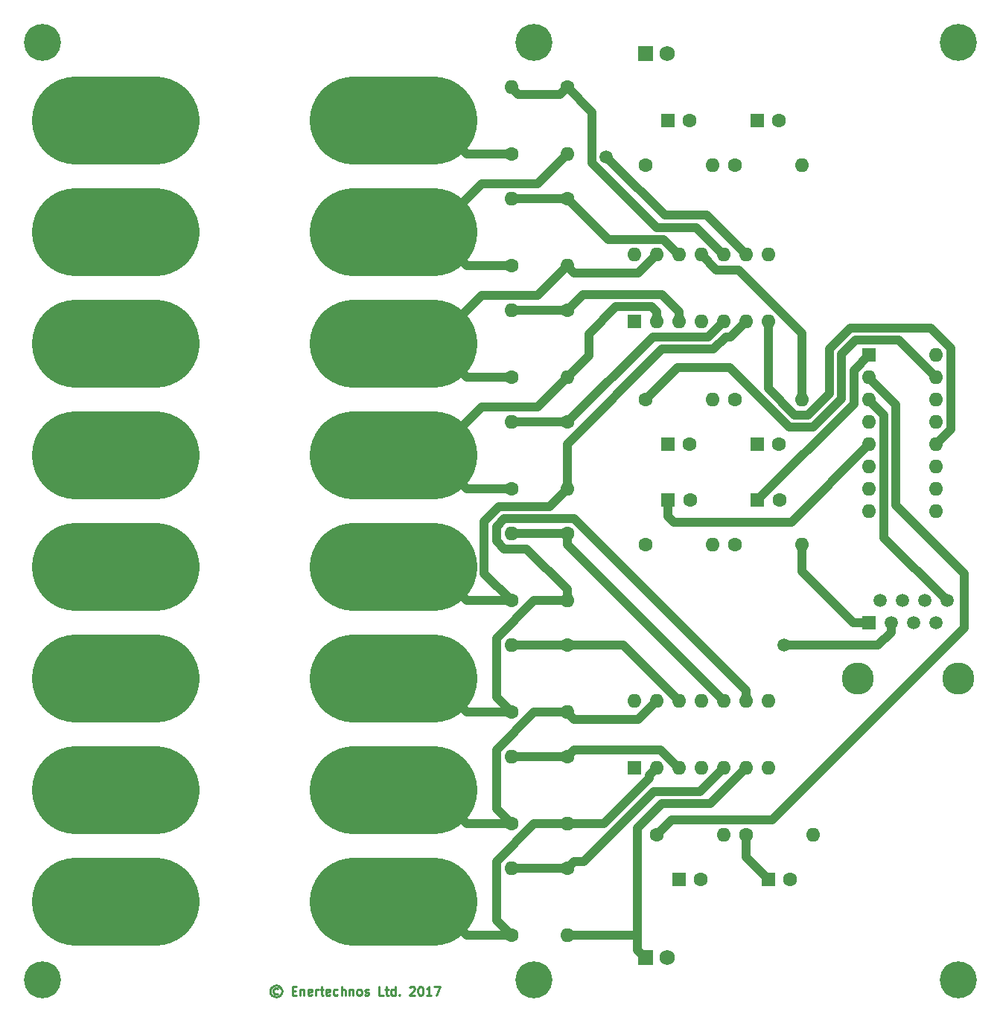
<source format=gbr>
G04 #@! TF.FileFunction,Copper,L1,Top,Signal*
%FSLAX46Y46*%
G04 Gerber Fmt 4.6, Leading zero omitted, Abs format (unit mm)*
G04 Created by KiCad (PCBNEW 4.0.7) date 01/04/18 12:22:23*
%MOMM*%
%LPD*%
G01*
G04 APERTURE LIST*
%ADD10C,0.100000*%
%ADD11C,0.250000*%
%ADD12C,0.600000*%
%ADD13C,4.200000*%
%ADD14C,3.000000*%
%ADD15C,3.650000*%
%ADD16R,1.500000X1.500000*%
%ADD17C,1.500000*%
%ADD18R,1.600000X1.600000*%
%ADD19O,1.600000X1.600000*%
%ADD20C,10.000000*%
%ADD21C,1.600000*%
%ADD22R,1.750000X1.750000*%
%ADD23C,1.750000*%
%ADD24C,1.000000*%
%ADD25C,10.000000*%
G04 APERTURE END LIST*
D10*
D11*
X30584284Y2849524D02*
X30489046Y2897143D01*
X30298570Y2897143D01*
X30203332Y2849524D01*
X30108094Y2754286D01*
X30060475Y2659048D01*
X30060475Y2468571D01*
X30108094Y2373333D01*
X30203332Y2278095D01*
X30298570Y2230476D01*
X30489046Y2230476D01*
X30584284Y2278095D01*
X30393808Y3230476D02*
X30155713Y3182857D01*
X29917617Y3040000D01*
X29774760Y2801905D01*
X29727141Y2563810D01*
X29774760Y2325714D01*
X29917617Y2087619D01*
X30155713Y1944762D01*
X30393808Y1897143D01*
X30631903Y1944762D01*
X30869998Y2087619D01*
X31012855Y2325714D01*
X31060475Y2563810D01*
X31012855Y2801905D01*
X30869998Y3040000D01*
X30631903Y3182857D01*
X30393808Y3230476D01*
X32250951Y2611429D02*
X32584285Y2611429D01*
X32727142Y2087619D02*
X32250951Y2087619D01*
X32250951Y3087619D01*
X32727142Y3087619D01*
X33155713Y2754286D02*
X33155713Y2087619D01*
X33155713Y2659048D02*
X33203332Y2706667D01*
X33298570Y2754286D01*
X33441428Y2754286D01*
X33536666Y2706667D01*
X33584285Y2611429D01*
X33584285Y2087619D01*
X34441428Y2135238D02*
X34346190Y2087619D01*
X34155713Y2087619D01*
X34060475Y2135238D01*
X34012856Y2230476D01*
X34012856Y2611429D01*
X34060475Y2706667D01*
X34155713Y2754286D01*
X34346190Y2754286D01*
X34441428Y2706667D01*
X34489047Y2611429D01*
X34489047Y2516190D01*
X34012856Y2420952D01*
X34917618Y2087619D02*
X34917618Y2754286D01*
X34917618Y2563810D02*
X34965237Y2659048D01*
X35012856Y2706667D01*
X35108094Y2754286D01*
X35203333Y2754286D01*
X35393809Y2754286D02*
X35774761Y2754286D01*
X35536666Y3087619D02*
X35536666Y2230476D01*
X35584285Y2135238D01*
X35679523Y2087619D01*
X35774761Y2087619D01*
X36489048Y2135238D02*
X36393810Y2087619D01*
X36203333Y2087619D01*
X36108095Y2135238D01*
X36060476Y2230476D01*
X36060476Y2611429D01*
X36108095Y2706667D01*
X36203333Y2754286D01*
X36393810Y2754286D01*
X36489048Y2706667D01*
X36536667Y2611429D01*
X36536667Y2516190D01*
X36060476Y2420952D01*
X37393810Y2135238D02*
X37298572Y2087619D01*
X37108095Y2087619D01*
X37012857Y2135238D01*
X36965238Y2182857D01*
X36917619Y2278095D01*
X36917619Y2563810D01*
X36965238Y2659048D01*
X37012857Y2706667D01*
X37108095Y2754286D01*
X37298572Y2754286D01*
X37393810Y2706667D01*
X37822381Y2087619D02*
X37822381Y3087619D01*
X38250953Y2087619D02*
X38250953Y2611429D01*
X38203334Y2706667D01*
X38108096Y2754286D01*
X37965238Y2754286D01*
X37870000Y2706667D01*
X37822381Y2659048D01*
X38727143Y2754286D02*
X38727143Y2087619D01*
X38727143Y2659048D02*
X38774762Y2706667D01*
X38870000Y2754286D01*
X39012858Y2754286D01*
X39108096Y2706667D01*
X39155715Y2611429D01*
X39155715Y2087619D01*
X39774762Y2087619D02*
X39679524Y2135238D01*
X39631905Y2182857D01*
X39584286Y2278095D01*
X39584286Y2563810D01*
X39631905Y2659048D01*
X39679524Y2706667D01*
X39774762Y2754286D01*
X39917620Y2754286D01*
X40012858Y2706667D01*
X40060477Y2659048D01*
X40108096Y2563810D01*
X40108096Y2278095D01*
X40060477Y2182857D01*
X40012858Y2135238D01*
X39917620Y2087619D01*
X39774762Y2087619D01*
X40489048Y2135238D02*
X40584286Y2087619D01*
X40774762Y2087619D01*
X40870001Y2135238D01*
X40917620Y2230476D01*
X40917620Y2278095D01*
X40870001Y2373333D01*
X40774762Y2420952D01*
X40631905Y2420952D01*
X40536667Y2468571D01*
X40489048Y2563810D01*
X40489048Y2611429D01*
X40536667Y2706667D01*
X40631905Y2754286D01*
X40774762Y2754286D01*
X40870001Y2706667D01*
X42584287Y2087619D02*
X42108096Y2087619D01*
X42108096Y3087619D01*
X42774763Y2754286D02*
X43155715Y2754286D01*
X42917620Y3087619D02*
X42917620Y2230476D01*
X42965239Y2135238D01*
X43060477Y2087619D01*
X43155715Y2087619D01*
X43917621Y2087619D02*
X43917621Y3087619D01*
X43917621Y2135238D02*
X43822383Y2087619D01*
X43631906Y2087619D01*
X43536668Y2135238D01*
X43489049Y2182857D01*
X43441430Y2278095D01*
X43441430Y2563810D01*
X43489049Y2659048D01*
X43536668Y2706667D01*
X43631906Y2754286D01*
X43822383Y2754286D01*
X43917621Y2706667D01*
X44393811Y2182857D02*
X44441430Y2135238D01*
X44393811Y2087619D01*
X44346192Y2135238D01*
X44393811Y2182857D01*
X44393811Y2087619D01*
X45584287Y2992381D02*
X45631906Y3040000D01*
X45727144Y3087619D01*
X45965240Y3087619D01*
X46060478Y3040000D01*
X46108097Y2992381D01*
X46155716Y2897143D01*
X46155716Y2801905D01*
X46108097Y2659048D01*
X45536668Y2087619D01*
X46155716Y2087619D01*
X46774763Y3087619D02*
X46870002Y3087619D01*
X46965240Y3040000D01*
X47012859Y2992381D01*
X47060478Y2897143D01*
X47108097Y2706667D01*
X47108097Y2468571D01*
X47060478Y2278095D01*
X47012859Y2182857D01*
X46965240Y2135238D01*
X46870002Y2087619D01*
X46774763Y2087619D01*
X46679525Y2135238D01*
X46631906Y2182857D01*
X46584287Y2278095D01*
X46536668Y2468571D01*
X46536668Y2706667D01*
X46584287Y2897143D01*
X46631906Y2992381D01*
X46679525Y3040000D01*
X46774763Y3087619D01*
X48060478Y2087619D02*
X47489049Y2087619D01*
X47774763Y2087619D02*
X47774763Y3087619D01*
X47679525Y2944762D01*
X47584287Y2849524D01*
X47489049Y2801905D01*
X48393811Y3087619D02*
X49060478Y3087619D01*
X48631906Y2087619D01*
D12*
X43110000Y10980000D03*
X43110000Y23680000D03*
X43110000Y36380000D03*
X43110000Y49080000D03*
X43110000Y61780000D03*
X43110000Y74480000D03*
X43110000Y87180000D03*
X42110000Y16230000D03*
X42110000Y28930000D03*
X42110000Y41630000D03*
X42110000Y54330000D03*
X42110000Y67030000D03*
X42110000Y79730000D03*
X42110000Y92430000D03*
X42110000Y10980000D03*
X42110000Y23680000D03*
X42110000Y36380000D03*
X42110000Y49080000D03*
X42110000Y61780000D03*
X42110000Y74480000D03*
X42110000Y87180000D03*
X43110000Y16230000D03*
X43110000Y28930000D03*
X43110000Y41630000D03*
X43110000Y54330000D03*
X43110000Y67030000D03*
X43110000Y79730000D03*
X43110000Y92430000D03*
X43110000Y14480000D03*
X43110000Y27180000D03*
X43110000Y39880000D03*
X43110000Y52580000D03*
X43110000Y65280000D03*
X43110000Y77980000D03*
X43110000Y90680000D03*
X43110000Y12730000D03*
X43110000Y25430000D03*
X43110000Y38130000D03*
X43110000Y50830000D03*
X43110000Y63530000D03*
X43110000Y76230000D03*
X43110000Y88930000D03*
X42110000Y12730000D03*
X42110000Y25430000D03*
X42110000Y38130000D03*
X42110000Y50830000D03*
X42110000Y63530000D03*
X42110000Y76230000D03*
X42110000Y88930000D03*
X42110000Y14480000D03*
X42110000Y27180000D03*
X42110000Y39880000D03*
X42110000Y52580000D03*
X42110000Y65280000D03*
X42110000Y77980000D03*
X42110000Y90680000D03*
X41110000Y9230000D03*
X41110000Y21930000D03*
X41110000Y34630000D03*
X41110000Y47330000D03*
X41110000Y60030000D03*
X41110000Y72730000D03*
X41110000Y85430000D03*
X41110000Y10980000D03*
X41110000Y23680000D03*
X41110000Y36380000D03*
X41110000Y49080000D03*
X41110000Y61780000D03*
X41110000Y74480000D03*
X41110000Y87180000D03*
X41110000Y12730000D03*
X41110000Y25430000D03*
X41110000Y38130000D03*
X41110000Y50830000D03*
X41110000Y63530000D03*
X41110000Y76230000D03*
X41110000Y88930000D03*
X41110000Y16230000D03*
X41110000Y28930000D03*
X41110000Y41630000D03*
X41110000Y54330000D03*
X41110000Y67030000D03*
X41110000Y79730000D03*
X41110000Y92430000D03*
X41110000Y14480000D03*
X41110000Y27180000D03*
X41110000Y39880000D03*
X41110000Y52580000D03*
X41110000Y65280000D03*
X41110000Y77980000D03*
X41110000Y90680000D03*
X43110000Y9230000D03*
X43110000Y21930000D03*
X43110000Y34630000D03*
X43110000Y47330000D03*
X43110000Y60030000D03*
X43110000Y72730000D03*
X43110000Y85430000D03*
X42110000Y9230000D03*
X42110000Y21930000D03*
X42110000Y34630000D03*
X42110000Y47330000D03*
X42110000Y60030000D03*
X42110000Y72730000D03*
X42110000Y85430000D03*
X43110000Y99880000D03*
X42110000Y105130000D03*
X42110000Y99880000D03*
X43110000Y105130000D03*
X43110000Y103380000D03*
X43110000Y101630000D03*
X42110000Y101630000D03*
X42110000Y103380000D03*
X41110000Y98130000D03*
X41110000Y99880000D03*
X41110000Y101630000D03*
X41110000Y105130000D03*
X41110000Y103380000D03*
X43110000Y98130000D03*
X42110000Y98130000D03*
X14860000Y9230000D03*
X14860000Y21930000D03*
X14860000Y34630000D03*
X14860000Y47330000D03*
X14860000Y60030000D03*
X14860000Y72730000D03*
X14860000Y85430000D03*
X13860000Y12730000D03*
X13860000Y25430000D03*
X13860000Y38130000D03*
X13860000Y50830000D03*
X13860000Y63530000D03*
X13860000Y76230000D03*
X13860000Y88930000D03*
X14860000Y12730000D03*
X14860000Y25430000D03*
X14860000Y38130000D03*
X14860000Y50830000D03*
X14860000Y63530000D03*
X14860000Y76230000D03*
X14860000Y88930000D03*
X13860000Y10980000D03*
X13860000Y23680000D03*
X13860000Y36380000D03*
X13860000Y49080000D03*
X13860000Y61780000D03*
X13860000Y74480000D03*
X13860000Y87180000D03*
X14860000Y10980000D03*
X14860000Y23680000D03*
X14860000Y36380000D03*
X14860000Y49080000D03*
X14860000Y61780000D03*
X14860000Y74480000D03*
X14860000Y87180000D03*
X13860000Y14480000D03*
X13860000Y27180000D03*
X13860000Y39880000D03*
X13860000Y52580000D03*
X13860000Y65280000D03*
X13860000Y77980000D03*
X13860000Y90680000D03*
X13860000Y9230000D03*
X13860000Y21930000D03*
X13860000Y34630000D03*
X13860000Y47330000D03*
X13860000Y60030000D03*
X13860000Y72730000D03*
X13860000Y85430000D03*
X12860000Y16230000D03*
X12860000Y28930000D03*
X12860000Y41630000D03*
X12860000Y54330000D03*
X12860000Y67030000D03*
X12860000Y79730000D03*
X12860000Y92430000D03*
X12860000Y12730000D03*
X12860000Y25430000D03*
X12860000Y38130000D03*
X12860000Y50830000D03*
X12860000Y63530000D03*
X12860000Y76230000D03*
X12860000Y88930000D03*
X12860000Y14480000D03*
X12860000Y27180000D03*
X12860000Y39880000D03*
X12860000Y52580000D03*
X12860000Y65280000D03*
X12860000Y77980000D03*
X12860000Y90680000D03*
X12860000Y10980000D03*
X12860000Y23680000D03*
X12860000Y36380000D03*
X12860000Y49080000D03*
X12860000Y61780000D03*
X12860000Y74480000D03*
X12860000Y87180000D03*
X12860000Y9230000D03*
X12860000Y21930000D03*
X12860000Y34630000D03*
X12860000Y47330000D03*
X12860000Y60030000D03*
X12860000Y72730000D03*
X12860000Y85430000D03*
X14860000Y14480000D03*
X14860000Y27180000D03*
X14860000Y39880000D03*
X14860000Y52580000D03*
X14860000Y65280000D03*
X14860000Y77980000D03*
X14860000Y90680000D03*
X14860000Y16230000D03*
X14860000Y28930000D03*
X14860000Y41630000D03*
X14860000Y54330000D03*
X14860000Y67030000D03*
X14860000Y79730000D03*
X14860000Y92430000D03*
X13860000Y16230000D03*
X13860000Y28930000D03*
X13860000Y41630000D03*
X13860000Y54330000D03*
X13860000Y67030000D03*
X13860000Y79730000D03*
X13860000Y92430000D03*
X14860000Y98130000D03*
X13860000Y98130000D03*
X12860000Y98130000D03*
X14860000Y99880000D03*
X13860000Y99880000D03*
X12860000Y99880000D03*
X14860000Y101630000D03*
X13860000Y101630000D03*
X12860000Y101630000D03*
X14860000Y103380000D03*
X13860000Y103380000D03*
X12860000Y103380000D03*
X14860000Y105130000D03*
X13860000Y105130000D03*
D13*
X59690000Y3810000D03*
X59690000Y110490000D03*
X3810000Y110490000D03*
X107950000Y110490000D03*
X107950000Y3810000D03*
D14*
X39190000Y88900000D03*
X16690000Y88900000D03*
X39190000Y101600000D03*
X16690000Y101600000D03*
D15*
X107950000Y38100000D03*
X96520000Y38100000D03*
D16*
X97790000Y44450000D03*
D17*
X99060000Y46990000D03*
X100330000Y44450000D03*
X101600000Y46990000D03*
X102870000Y44450000D03*
X104140000Y46990000D03*
X105410000Y44450000D03*
X106680000Y46990000D03*
D18*
X97790000Y74930000D03*
D19*
X105410000Y57150000D03*
X97790000Y72390000D03*
X105410000Y59690000D03*
X97790000Y69850000D03*
X105410000Y62230000D03*
X97790000Y67310000D03*
X105410000Y64770000D03*
X97790000Y64770000D03*
X105410000Y67310000D03*
X97790000Y62230000D03*
X105410000Y69850000D03*
X97790000Y59690000D03*
X105410000Y72390000D03*
X97790000Y57150000D03*
X105410000Y74930000D03*
D14*
X39190000Y63500000D03*
X16690000Y63500000D03*
D20*
X48260000Y88900000D03*
D18*
X71120000Y27940000D03*
D19*
X86360000Y35560000D03*
X73660000Y27940000D03*
X83820000Y35560000D03*
X76200000Y27940000D03*
X81280000Y35560000D03*
X78740000Y27940000D03*
X78740000Y35560000D03*
X81280000Y27940000D03*
X76200000Y35560000D03*
X83820000Y27940000D03*
X73660000Y35560000D03*
X86360000Y27940000D03*
X71120000Y35560000D03*
D20*
X7620000Y63500000D03*
X48260000Y76200000D03*
X48260000Y63500000D03*
X7620000Y50800000D03*
X7620000Y38100000D03*
X7620000Y25400000D03*
D21*
X57150000Y59690000D03*
D19*
X57150000Y67310000D03*
D21*
X63500000Y67310000D03*
D19*
X63500000Y59690000D03*
D21*
X57150000Y72390000D03*
D19*
X57150000Y80010000D03*
D21*
X63500000Y80010000D03*
D19*
X63500000Y72390000D03*
D21*
X57150000Y85090000D03*
D19*
X57150000Y92710000D03*
D21*
X63500000Y92710000D03*
D19*
X63500000Y85090000D03*
D21*
X57150000Y97790000D03*
D19*
X57150000Y105410000D03*
D21*
X63500000Y105410000D03*
D19*
X63500000Y97790000D03*
D21*
X57150000Y8890000D03*
D19*
X57150000Y16510000D03*
D21*
X63500000Y16510000D03*
D19*
X63500000Y8890000D03*
D21*
X57150000Y21590000D03*
D19*
X57150000Y29210000D03*
D21*
X63500000Y29210000D03*
D19*
X63500000Y21590000D03*
D21*
X57150000Y34290000D03*
D19*
X57150000Y41910000D03*
D21*
X63500000Y41910000D03*
D19*
X63500000Y34290000D03*
D21*
X57150000Y46990000D03*
D19*
X57150000Y54610000D03*
D21*
X63500000Y54610000D03*
D19*
X63500000Y46990000D03*
D18*
X71120000Y78740000D03*
D19*
X86360000Y86360000D03*
X73660000Y78740000D03*
X83820000Y86360000D03*
X76200000Y78740000D03*
X81280000Y86360000D03*
X78740000Y78740000D03*
X78740000Y86360000D03*
X81280000Y78740000D03*
X76200000Y86360000D03*
X83820000Y78740000D03*
X73660000Y86360000D03*
X86360000Y78740000D03*
X71120000Y86360000D03*
D14*
X39190000Y76200000D03*
X16690000Y76200000D03*
X39190000Y50800000D03*
X16690000Y50800000D03*
X39190000Y38100000D03*
X16690000Y38100000D03*
X39190000Y25400000D03*
X16690000Y25400000D03*
X39190000Y12700000D03*
X16690000Y12700000D03*
D20*
X48260000Y25400000D03*
X48260000Y12700000D03*
X7620000Y101600000D03*
X7620000Y88900000D03*
X7620000Y76200000D03*
X48260000Y101600000D03*
X7620000Y12700000D03*
X48260000Y50800000D03*
X48260000Y38100000D03*
D13*
X3810000Y3810000D03*
D18*
X85090000Y64770000D03*
D21*
X87590000Y64770000D03*
D18*
X74930000Y64770000D03*
D21*
X77430000Y64770000D03*
D18*
X74930000Y101600000D03*
D21*
X77430000Y101600000D03*
D18*
X85090000Y101600000D03*
D21*
X87590000Y101600000D03*
D18*
X86360000Y15240000D03*
D21*
X88860000Y15240000D03*
D18*
X76200000Y15240000D03*
D21*
X78700000Y15240000D03*
D18*
X74970000Y58420000D03*
D21*
X77470000Y58420000D03*
D18*
X85130000Y58420000D03*
D21*
X87630000Y58420000D03*
D22*
X72390000Y109220000D03*
D23*
X74890000Y109220000D03*
D21*
X82550000Y69850000D03*
D19*
X90170000Y69850000D03*
D21*
X72390000Y69850000D03*
D19*
X80010000Y69850000D03*
D21*
X72390000Y96520000D03*
D19*
X80010000Y96520000D03*
D21*
X82550000Y96520000D03*
D19*
X90170000Y96520000D03*
D21*
X83820000Y20320000D03*
D19*
X91440000Y20320000D03*
D21*
X73660000Y20320000D03*
D19*
X81280000Y20320000D03*
D21*
X72390000Y53340000D03*
D19*
X80010000Y53340000D03*
D21*
X82550000Y53340000D03*
D19*
X90170000Y53340000D03*
D22*
X72390000Y6350000D03*
D23*
X74890000Y6350000D03*
D12*
X12860000Y105130000D03*
D17*
X67958556Y97485043D03*
X88188373Y41910000D03*
D24*
X57150000Y97790000D02*
X52070000Y97790000D01*
X52070000Y97790000D02*
X48260000Y101600000D01*
D25*
X39190000Y101600000D02*
X48260000Y101600000D01*
D24*
X74583577Y90860022D02*
X68708555Y96735044D01*
X68708555Y96735044D02*
X67958556Y97485043D01*
X79319978Y90860022D02*
X74583577Y90860022D01*
X83820000Y86360000D02*
X79319978Y90860022D01*
X57150000Y85090000D02*
X52070000Y85090000D01*
X50800000Y91440000D02*
X48260000Y88900000D01*
X60120001Y94410001D02*
X62700001Y96990001D01*
X52070000Y85090000D02*
X48260000Y88900000D01*
X48260000Y88900000D02*
X53770001Y94410001D01*
X62700001Y96990001D02*
X63500000Y97790000D01*
X53770001Y94410001D02*
X60120001Y94410001D01*
D25*
X39190000Y88900000D02*
X48260000Y88900000D01*
D24*
X63500000Y85090000D02*
X64299999Y84290001D01*
X64299999Y84290001D02*
X71590001Y84290001D01*
X71590001Y84290001D02*
X72860001Y85560001D01*
X72860001Y85560001D02*
X73660000Y86360000D01*
X48260000Y76200000D02*
X53770001Y81710001D01*
X53770001Y81710001D02*
X60120001Y81710001D01*
X60120001Y81710001D02*
X62700001Y84290001D01*
X62700001Y84290001D02*
X63500000Y85090000D01*
X57150000Y72390000D02*
X52070000Y72390000D01*
X52070000Y72390000D02*
X48260000Y76200000D01*
D25*
X39190000Y76200000D02*
X48260000Y76200000D01*
D24*
X50800000Y78740000D02*
X48260000Y76200000D01*
X90170000Y77446002D02*
X90170000Y69850000D01*
X78740000Y86360000D02*
X80440001Y84659999D01*
X82956003Y84659999D02*
X90170000Y77446002D01*
X80440001Y84659999D02*
X82956003Y84659999D01*
X97790000Y44450000D02*
X96040000Y44450000D01*
X96040000Y44450000D02*
X90170000Y50320000D01*
X90170000Y50320000D02*
X90170000Y52208630D01*
X90170000Y52208630D02*
X90170000Y53340000D01*
X81535914Y77039999D02*
X82096001Y77039999D01*
X82996003Y77940001D02*
X83020001Y77940001D01*
X80135904Y75639989D02*
X81535914Y77039999D01*
X74296630Y75639989D02*
X80135904Y75639989D01*
X63500000Y64843359D02*
X74296630Y75639989D01*
X63500000Y59690000D02*
X63500000Y64843359D01*
X83020001Y77940001D02*
X83820000Y78740000D01*
X82096001Y77039999D02*
X82996003Y77940001D01*
X62700001Y58890001D02*
X63500000Y59690000D01*
X61520012Y57710012D02*
X62700001Y58890001D01*
X55754096Y57710012D02*
X61520012Y57710012D01*
X54049989Y50090011D02*
X54049989Y56005905D01*
X54049989Y56005905D02*
X55754096Y57710012D01*
X57150000Y46990000D02*
X54049989Y50090011D01*
X57150000Y46990000D02*
X52070000Y46990000D01*
X52070000Y46990000D02*
X48260000Y50800000D01*
D25*
X39190000Y50800000D02*
X48260000Y50800000D01*
D24*
X50800000Y53340000D02*
X48260000Y50800000D01*
X63500000Y46990000D02*
X63500000Y48260000D01*
X63500000Y48260000D02*
X58850001Y52909999D01*
X63500000Y46990000D02*
X59713998Y46990000D01*
X64316001Y56310001D02*
X83820000Y36806002D01*
X56333999Y52909999D02*
X55449999Y53793999D01*
X55449999Y55426001D02*
X56333999Y56310001D01*
X58850001Y52909999D02*
X56333999Y52909999D01*
X55449999Y53793999D02*
X55449999Y55426001D01*
X56333999Y56310001D02*
X64316001Y56310001D01*
X83820000Y36806002D02*
X83820000Y36691370D01*
X83820000Y36691370D02*
X83820000Y35560000D01*
X57150000Y34290000D02*
X55449999Y35990001D01*
X55449999Y35990001D02*
X55449999Y42726001D01*
X55449999Y42726001D02*
X59713998Y46990000D01*
X57150000Y34290000D02*
X52070000Y34290000D01*
X52070000Y34290000D02*
X48260000Y38100000D01*
D25*
X39190000Y38100000D02*
X48260000Y38100000D01*
D24*
X50800000Y40640000D02*
X48260000Y38100000D01*
X63500000Y34290000D02*
X64299999Y33490001D01*
X64299999Y33490001D02*
X71590001Y33490001D01*
X71590001Y33490001D02*
X72860001Y34760001D01*
X72860001Y34760001D02*
X73660000Y35560000D01*
X57150000Y21590000D02*
X55449999Y23290001D01*
X55449999Y23290001D02*
X55449999Y30026001D01*
X55449999Y30026001D02*
X59713998Y34290000D01*
X59713998Y34290000D02*
X62368630Y34290000D01*
X62368630Y34290000D02*
X63500000Y34290000D01*
X57150000Y21590000D02*
X52070000Y21590000D01*
X52070000Y21590000D02*
X48260000Y25400000D01*
D25*
X39190000Y25400000D02*
X48260000Y25400000D01*
D24*
X50800000Y27940000D02*
X48260000Y25400000D01*
X67681854Y21590000D02*
X72860001Y26768147D01*
X63500000Y21590000D02*
X67681854Y21590000D01*
X72860001Y27140001D02*
X73660000Y27940000D01*
X72860001Y26768147D02*
X72860001Y27140001D01*
X57150000Y8890000D02*
X55449999Y10590001D01*
X55449999Y10590001D02*
X55449999Y17326001D01*
X59713998Y21590000D02*
X62368630Y21590000D01*
X55449999Y17326001D02*
X59713998Y21590000D01*
X62368630Y21590000D02*
X63500000Y21590000D01*
X57150000Y8890000D02*
X52070000Y8890000D01*
X52070000Y8890000D02*
X48260000Y12700000D01*
D25*
X39190000Y12700000D02*
X48260000Y12700000D01*
D24*
X50800000Y15240000D02*
X48260000Y12700000D01*
X73660000Y78740000D02*
X73660000Y79871370D01*
X73660000Y79871370D02*
X73091369Y80440001D01*
X73091369Y80440001D02*
X69046480Y80440001D01*
X69046480Y80440001D02*
X65968488Y77362009D01*
X65968488Y77362009D02*
X65968488Y74858488D01*
X65968488Y74858488D02*
X63500000Y72390000D01*
X48260000Y63500000D02*
X53770001Y69010001D01*
X60120001Y69010001D02*
X62700001Y71590001D01*
X53770001Y69010001D02*
X60120001Y69010001D01*
X62700001Y71590001D02*
X63500000Y72390000D01*
X57150000Y59690000D02*
X52070000Y59690000D01*
X52070000Y59690000D02*
X48260000Y63500000D01*
D25*
X39190000Y63500000D02*
X48260000Y63500000D01*
D24*
X50800000Y66040000D02*
X48260000Y63500000D01*
X63500000Y67310000D02*
X63500000Y67314387D01*
X63500000Y67314387D02*
X73225612Y77039999D01*
X73225612Y77039999D02*
X79556001Y77039999D01*
X79556001Y77039999D02*
X81256002Y78740000D01*
X81256002Y78740000D02*
X81280000Y78740000D01*
X57150000Y67310000D02*
X63500000Y67310000D01*
X74231359Y81840011D02*
X76200000Y79871370D01*
X63500000Y80010000D02*
X65330011Y81840011D01*
X76200000Y79871370D02*
X76200000Y78740000D01*
X65330011Y81840011D02*
X74231359Y81840011D01*
X57150000Y80010000D02*
X63500000Y80010000D01*
X75376003Y87159999D02*
X75400001Y87159999D01*
X68149999Y88060001D02*
X74476001Y88060001D01*
X63500000Y92710000D02*
X68149999Y88060001D01*
X74476001Y88060001D02*
X75376003Y87159999D01*
X75400001Y87159999D02*
X76200000Y86360000D01*
X57150000Y92710000D02*
X63500000Y92710000D01*
X78179989Y89460011D02*
X80480001Y87159999D01*
X73638937Y89460012D02*
X78179989Y89460011D01*
X66308554Y96790395D02*
X73638937Y89460012D01*
X66308554Y102601446D02*
X66308554Y96790395D01*
X63500000Y105410000D02*
X66308554Y102601446D01*
X80480001Y87159999D02*
X81280000Y86360000D01*
X57949999Y104610001D02*
X62700001Y104610001D01*
X57150000Y105410000D02*
X57949999Y104610001D01*
X62700001Y104610001D02*
X63500000Y105410000D01*
X81280000Y27940000D02*
X78621611Y25281611D01*
X78621611Y25281611D02*
X73353379Y25281611D01*
X73353379Y25281611D02*
X65381767Y17309999D01*
X65381767Y17309999D02*
X64299999Y17309999D01*
X64299999Y17309999D02*
X63500000Y16510000D01*
X57150000Y16510000D02*
X63500000Y16510000D01*
X63500000Y29210000D02*
X64299999Y30009999D01*
X64299999Y30009999D02*
X74130001Y30009999D01*
X74130001Y30009999D02*
X75400001Y28739999D01*
X75400001Y28739999D02*
X76200000Y27940000D01*
X57150000Y29210000D02*
X63500000Y29210000D01*
X63500000Y41910000D02*
X69850000Y41910000D01*
X69850000Y41910000D02*
X76200000Y35560000D01*
X57150000Y41910000D02*
X63500000Y41910000D01*
X81280000Y35560000D02*
X63500000Y53340000D01*
X63500000Y53340000D02*
X63500000Y54610000D01*
X57150000Y54610000D02*
X63500000Y54610000D01*
D25*
X7620000Y101600000D02*
X16690000Y101600000D01*
X7620000Y88900000D02*
X16690000Y88900000D01*
X7620000Y76200000D02*
X16690000Y76200000D01*
X7620000Y63500000D02*
X16690000Y63500000D01*
X7620000Y50800000D02*
X16690000Y50800000D01*
X7620000Y38100000D02*
X16690000Y38100000D01*
X7620000Y25400000D02*
X16690000Y25400000D01*
X7620000Y12700000D02*
X16690000Y12700000D01*
D24*
X71505862Y7234138D02*
X71505862Y8890000D01*
X71505862Y8890000D02*
X71505862Y21135680D01*
X63500000Y8890000D02*
X71505862Y8890000D01*
X72390000Y6350000D02*
X71505862Y7234138D01*
X74251782Y23881600D02*
X79761600Y23881600D01*
X71505862Y21135680D02*
X74251782Y23881600D01*
X79761600Y23881600D02*
X83820000Y27940000D01*
X99490001Y68126001D02*
X97790000Y69826002D01*
X99490001Y54179999D02*
X99490001Y68126001D01*
X106680000Y46990000D02*
X99490001Y54179999D01*
X97790000Y69826002D02*
X97790000Y69850000D01*
X97790000Y74930000D02*
X96089999Y73229999D01*
X96089999Y73229999D02*
X96089999Y69379999D01*
X96089999Y69379999D02*
X85130000Y58420000D01*
X73660000Y20320000D02*
X75360001Y22020001D01*
X75360001Y22020001D02*
X86790001Y22020001D01*
X108642016Y43872016D02*
X108642016Y50098200D01*
X108642016Y50098200D02*
X100890010Y57850206D01*
X86790001Y22020001D02*
X108642016Y43872016D01*
X100890010Y57850206D02*
X100890010Y69289990D01*
X100890010Y69289990D02*
X98589999Y71590001D01*
X98589999Y71590001D02*
X97790000Y72390000D01*
X83820000Y20320000D02*
X83820000Y17780000D01*
X83820000Y17780000D02*
X86360000Y15240000D01*
X104825988Y78030013D02*
X95690095Y78030011D01*
X93289978Y75629894D02*
X93289978Y70539804D01*
X93289978Y70539804D02*
X90900173Y68149999D01*
X105410000Y64770000D02*
X107110001Y66470001D01*
X107110001Y66470001D02*
X107110001Y75746001D01*
X107110001Y75746001D02*
X104825988Y78030013D01*
X95690095Y78030011D02*
X93289978Y75629894D01*
X90900173Y68149999D02*
X89353999Y68149999D01*
X89353999Y68149999D02*
X86360000Y71143998D01*
X86360000Y71143998D02*
X86360000Y77608630D01*
X86360000Y77608630D02*
X86360000Y78740000D01*
X80010000Y55959672D02*
X79230328Y55959672D01*
X88979672Y55959672D02*
X80010000Y55959672D01*
X80010000Y55959672D02*
X75630328Y55959672D01*
X75630328Y55959672D02*
X74970000Y56620000D01*
X74970000Y56620000D02*
X74970000Y58420000D01*
X97790000Y64770000D02*
X88979672Y55959672D01*
X73189999Y70649999D02*
X72390000Y69850000D01*
X76069989Y73529989D02*
X73189999Y70649999D01*
X81994095Y73529989D02*
X76069989Y73529989D01*
X88774095Y66749989D02*
X81994095Y73529989D01*
X94689988Y69959900D02*
X91480076Y66749988D01*
X91480076Y66749988D02*
X88774095Y66749989D01*
X94689989Y75049991D02*
X94689988Y69959900D01*
X96269999Y76630001D02*
X94689989Y75049991D01*
X101169999Y76630001D02*
X96269999Y76630001D01*
X105410000Y72390000D02*
X101169999Y76630001D01*
X100330000Y44450000D02*
X100330000Y43389340D01*
X100330000Y43389340D02*
X98850660Y41910000D01*
X98850660Y41910000D02*
X88188373Y41910000D01*
M02*

</source>
